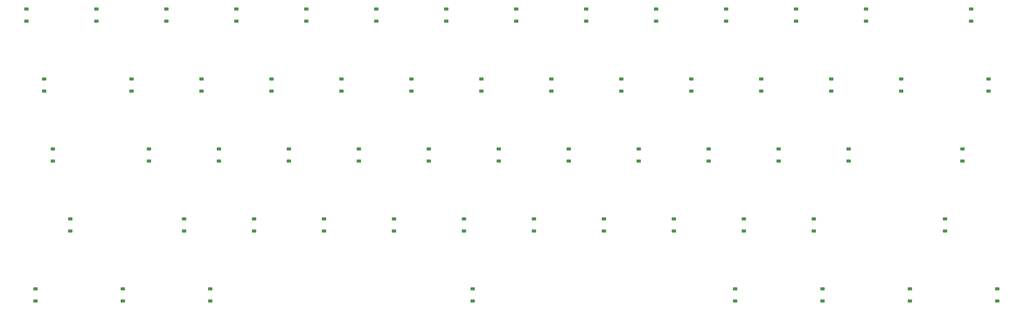
<source format=gbr>
%TF.GenerationSoftware,KiCad,Pcbnew,9.0.3*%
%TF.CreationDate,2025-08-13T20:15:07-07:00*%
%TF.ProjectId,keyboardpls,6b657962-6f61-4726-9470-6c732e6b6963,rev?*%
%TF.SameCoordinates,Original*%
%TF.FileFunction,Paste,Bot*%
%TF.FilePolarity,Positive*%
%FSLAX46Y46*%
G04 Gerber Fmt 4.6, Leading zero omitted, Abs format (unit mm)*
G04 Created by KiCad (PCBNEW 9.0.3) date 2025-08-13 20:15:07*
%MOMM*%
%LPD*%
G01*
G04 APERTURE LIST*
G04 Aperture macros list*
%AMRoundRect*
0 Rectangle with rounded corners*
0 $1 Rounding radius*
0 $2 $3 $4 $5 $6 $7 $8 $9 X,Y pos of 4 corners*
0 Add a 4 corners polygon primitive as box body*
4,1,4,$2,$3,$4,$5,$6,$7,$8,$9,$2,$3,0*
0 Add four circle primitives for the rounded corners*
1,1,$1+$1,$2,$3*
1,1,$1+$1,$4,$5*
1,1,$1+$1,$6,$7*
1,1,$1+$1,$8,$9*
0 Add four rect primitives between the rounded corners*
20,1,$1+$1,$2,$3,$4,$5,0*
20,1,$1+$1,$4,$5,$6,$7,0*
20,1,$1+$1,$6,$7,$8,$9,0*
20,1,$1+$1,$8,$9,$2,$3,0*%
G04 Aperture macros list end*
%ADD10RoundRect,0.225000X0.375000X-0.225000X0.375000X0.225000X-0.375000X0.225000X-0.375000X-0.225000X0*%
G04 APERTURE END LIST*
D10*
%TO.C,D14*%
X340599100Y-123932900D03*
X340599100Y-120632900D03*
%TD*%
%TO.C,D53*%
X333455350Y-181082900D03*
X333455350Y-177782900D03*
%TD*%
%TO.C,D50*%
X259636600Y-181082900D03*
X259636600Y-177782900D03*
%TD*%
%TO.C,D48*%
X221536600Y-181082900D03*
X221536600Y-177782900D03*
%TD*%
%TO.C,D19*%
X169149100Y-142982900D03*
X169149100Y-139682900D03*
%TD*%
%TO.C,D16*%
X111999100Y-142982900D03*
X111999100Y-139682900D03*
%TD*%
%TO.C,D27*%
X321549100Y-142982900D03*
X321549100Y-139682900D03*
%TD*%
%TO.C,D24*%
X264399100Y-142982900D03*
X264399100Y-139682900D03*
%TD*%
%TO.C,D23*%
X245349100Y-142982900D03*
X245349100Y-139682900D03*
%TD*%
%TO.C,D17*%
X131049100Y-142982900D03*
X131049100Y-139682900D03*
%TD*%
%TO.C,D43*%
X126286600Y-181082900D03*
X126286600Y-177782900D03*
%TD*%
%TO.C,D10*%
X254874100Y-123932900D03*
X254874100Y-120632900D03*
%TD*%
%TO.C,D26*%
X302499100Y-142982900D03*
X302499100Y-139682900D03*
%TD*%
%TO.C,D49*%
X240586600Y-181082900D03*
X240586600Y-177782900D03*
%TD*%
%TO.C,D35*%
X212011600Y-162032900D03*
X212011600Y-158732900D03*
%TD*%
%TO.C,D58*%
X276305350Y-200132900D03*
X276305350Y-196832900D03*
%TD*%
%TO.C,D29*%
X90567850Y-162032900D03*
X90567850Y-158732900D03*
%TD*%
%TO.C,D22*%
X226299100Y-142982900D03*
X226299100Y-139682900D03*
%TD*%
%TO.C,D15*%
X88186600Y-142982900D03*
X88186600Y-139682900D03*
%TD*%
%TO.C,D52*%
X297736600Y-181082900D03*
X297736600Y-177782900D03*
%TD*%
%TO.C,D3*%
X121524100Y-123932900D03*
X121524100Y-120632900D03*
%TD*%
%TO.C,D28*%
X345361600Y-142982900D03*
X345361600Y-139682900D03*
%TD*%
%TO.C,D20*%
X188199100Y-142982900D03*
X188199100Y-139682900D03*
%TD*%
%TO.C,D41*%
X338217850Y-162032900D03*
X338217850Y-158732900D03*
%TD*%
%TO.C,D33*%
X173911600Y-162032900D03*
X173911600Y-158732900D03*
%TD*%
%TO.C,D8*%
X216774100Y-123932900D03*
X216774100Y-120632900D03*
%TD*%
%TO.C,D2*%
X102474100Y-123932900D03*
X102474100Y-120632900D03*
%TD*%
%TO.C,D45*%
X164386600Y-181082900D03*
X164386600Y-177782900D03*
%TD*%
%TO.C,D18*%
X150099100Y-142982900D03*
X150099100Y-139682900D03*
%TD*%
%TO.C,D31*%
X135811600Y-162032900D03*
X135811600Y-158732900D03*
%TD*%
%TO.C,D56*%
X133430350Y-200132900D03*
X133430350Y-196832900D03*
%TD*%
%TO.C,D44*%
X145336600Y-181082900D03*
X145336600Y-177782900D03*
%TD*%
%TO.C,D11*%
X273924100Y-123932900D03*
X273924100Y-120632900D03*
%TD*%
%TO.C,D61*%
X347742850Y-200132900D03*
X347742850Y-196832900D03*
%TD*%
%TO.C,D37*%
X250111600Y-162032900D03*
X250111600Y-158732900D03*
%TD*%
%TO.C,D39*%
X288211600Y-162032900D03*
X288211600Y-158732900D03*
%TD*%
%TO.C,D13*%
X312024100Y-123932900D03*
X312024100Y-120632900D03*
%TD*%
%TO.C,D38*%
X269161600Y-162032900D03*
X269161600Y-158732900D03*
%TD*%
%TO.C,D21*%
X207249100Y-142982900D03*
X207249100Y-139682900D03*
%TD*%
%TO.C,D46*%
X183436600Y-181082900D03*
X183436600Y-177782900D03*
%TD*%
%TO.C,D9*%
X235824100Y-123932900D03*
X235824100Y-120632900D03*
%TD*%
%TO.C,D30*%
X116761600Y-162032900D03*
X116761600Y-158732900D03*
%TD*%
%TO.C,D5*%
X159624100Y-123932900D03*
X159624100Y-120632900D03*
%TD*%
%TO.C,D54*%
X85805350Y-200132900D03*
X85805350Y-196832900D03*
%TD*%
%TO.C,D59*%
X300117850Y-200132900D03*
X300117850Y-196832900D03*
%TD*%
%TO.C,D1*%
X83424100Y-123932900D03*
X83424100Y-120632900D03*
%TD*%
%TO.C,D25*%
X283449100Y-142982900D03*
X283449100Y-139682900D03*
%TD*%
%TO.C,D57*%
X204867850Y-200132900D03*
X204867850Y-196832900D03*
%TD*%
%TO.C,D32*%
X154861600Y-162032900D03*
X154861600Y-158732900D03*
%TD*%
%TO.C,D47*%
X202486600Y-181082900D03*
X202486600Y-177782900D03*
%TD*%
%TO.C,D4*%
X140574100Y-123932900D03*
X140574100Y-120632900D03*
%TD*%
%TO.C,D42*%
X95330350Y-181082900D03*
X95330350Y-177782900D03*
%TD*%
%TO.C,D55*%
X109617850Y-200132900D03*
X109617850Y-196832900D03*
%TD*%
%TO.C,D51*%
X278686600Y-181082900D03*
X278686600Y-177782900D03*
%TD*%
%TO.C,D34*%
X192961600Y-162032900D03*
X192961600Y-158732900D03*
%TD*%
%TO.C,D7*%
X197724100Y-123932900D03*
X197724100Y-120632900D03*
%TD*%
%TO.C,D60*%
X323930350Y-200132900D03*
X323930350Y-196832900D03*
%TD*%
%TO.C,D6*%
X178674100Y-123932900D03*
X178674100Y-120632900D03*
%TD*%
%TO.C,D12*%
X292974100Y-123932900D03*
X292974100Y-120632900D03*
%TD*%
%TO.C,D36*%
X231061600Y-162032900D03*
X231061600Y-158732900D03*
%TD*%
%TO.C,D40*%
X307261600Y-162032900D03*
X307261600Y-158732900D03*
%TD*%
M02*

</source>
